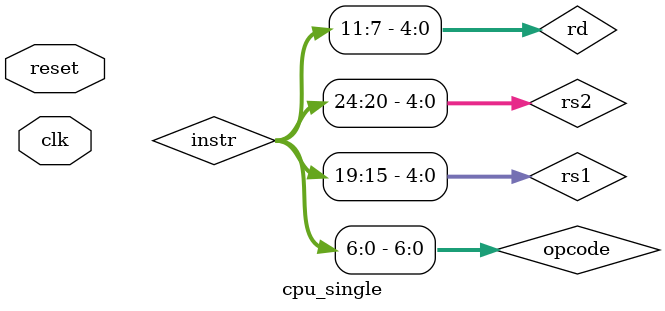
<source format=sv>
module cpu_single (
    input  logic        clk,
    input  logic        reset
    );
    // internal wires
    logic [31:0] pc, next_pc, instr;
    logic [31:0] imm;
    logic [31:0] rs1_data, rs2_data;
    logic [4:0]  rs1, rs2, rd;
    logic [6:0]  opcode;
    logic [2:0]  funct3;
    logic [6:0]  funct7;

    // control signals
    logic        reg_write;
    logic        alu_src;
    logic        mem_read;
    logic        mem_write;
    logic        mem_to_reg;
    logic        branch;
    logic        jump;
    logic [1:0]  alu_op;

    // ALU control + ALU wires
    logic [3:0]  alu_ctrl;
    logic [31:0] alu_in_b, alu_result;
    logic [31:0] mem_rdata, wb_data;

    // instantiate PC
    pc_reg pc_i(.clk(clk), .reset(reset), .next_pc(next_pc), .pc_write(1'b1), .pc_out(pc));

    // instruction memory (assume imem is accessible for TB to fill)
    instruction_memory imem_i(.addr(pc), .instr(instr));

    // decode fields
    assign opcode = instr[6:0];
    assign rd     = instr[11:7];
    assign funct3 = instr[14:12];
    assign rs1    = instr[19:15];
    assign rs2    = instr[24:20];
    assign funct7 = instr[31:25];

    // imm generator and control unit (assumed to be your modules)
    imm_gen immgen(.instr(instr), .imm(imm));
    control_unit ctrl(.instr(instr),
                      .reg_write(reg_write),
                      .alu_src(alu_src),
                      .mem_read(mem_read),
                      .mem_write(mem_write),
                      .mem_to_reg(mem_to_reg),
                      .branch(branch),
                      .jump(jump),
                      .alu_op(alu_op));

    // regfile
    regfile rf(.clk(clk), .wen(reg_write),
               .waddr(rd), .wdata(wb_data),
               .raddr1(rs1), .raddr2(rs2),
               .rdata1(rs1_data), .rdata2(rs2_data));

    // ALU control
    alu_control actrl(.alu_op(alu_op), .funct3(funct3), .funct7(funct7), .alu_ctrl(alu_ctrl));

    // ALU input mux (immediate vs rs2)
    assign alu_in_b = (alu_src) ? imm : rs2_data;

    // ALU instantiation (assumes module name 'alu' with ports a,b,alu_op,result)
    alu myalu(.a(rs1_data), .b(alu_in_b), .alu_op(alu_ctrl), .result(alu_result));

    // Data memory
    data_memory dmem(.clk(clk), .mem_read(mem_read), .mem_write(mem_write), .addr(alu_result), .wdata(rs2_data), .rdata(mem_rdata));

    // writeback mux
    assign wb_data = (mem_to_reg) ? mem_rdata : alu_result;

    // Branch evaluation (supports common branch types using funct3)
    logic branch_taken;
    always_comb begin
        branch_taken = 1'b0;
        if (branch) begin
            unique case (funct3)
                3'b000: branch_taken = (rs1_data == rs2_data);               // beq
                3'b001: branch_taken = (rs1_data != rs2_data);               // bne
                3'b100: branch_taken = ($signed(rs1_data) < $signed(rs2_data)); // blt
                3'b101: branch_taken = ($signed(rs1_data) >= $signed(rs2_data)); // bge
                3'b110: branch_taken = (rs1_data < rs2_data);                // bltu
                3'b111: branch_taken = (rs1_data >= rs2_data);               // bgeu
                default: branch_taken = 1'b0;
            endcase
        end
    end

    // next_pc logic: priority: jal/jalr > branch > pc+4
    always_comb begin
        if (jump && (opcode == 7'b1101111)) begin // JAL
            next_pc = pc + imm;
        end else if (jump && (opcode == 7'b1100111)) begin // JALR
            next_pc = (rs1_data + imm) & ~32'd1;
        end else if (branch && branch_taken) begin
            next_pc = pc + imm;
        end else begin
            next_pc = pc + 4;
        end
    end
endmodule
</source>
